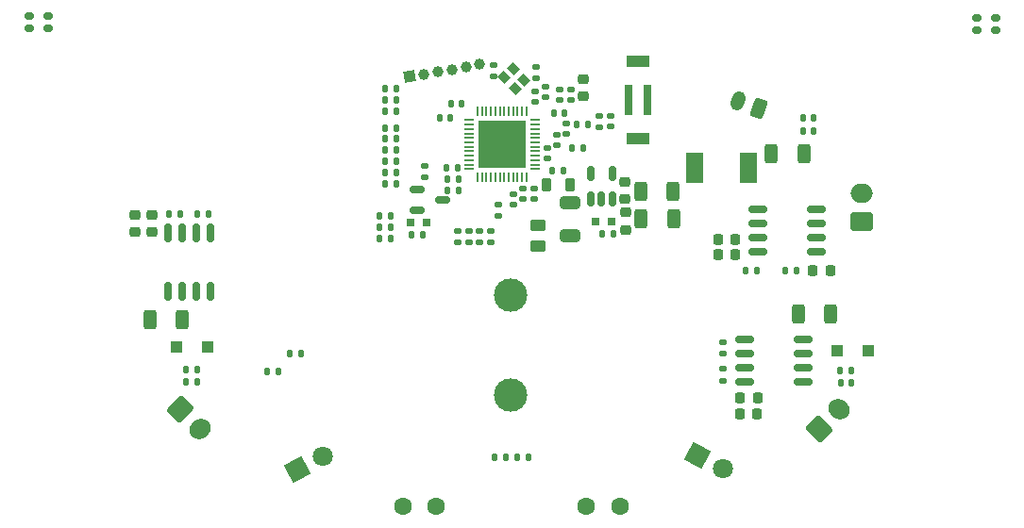
<source format=gbr>
%TF.GenerationSoftware,KiCad,Pcbnew,7.0.1*%
%TF.CreationDate,2023-08-08T22:15:58+07:00*%
%TF.ProjectId,BL706 Robot,424c3730-3620-4526-9f62-6f742e6b6963,rev?*%
%TF.SameCoordinates,Original*%
%TF.FileFunction,Soldermask,Top*%
%TF.FilePolarity,Negative*%
%FSLAX46Y46*%
G04 Gerber Fmt 4.6, Leading zero omitted, Abs format (unit mm)*
G04 Created by KiCad (PCBNEW 7.0.1) date 2023-08-08 22:15:58*
%MOMM*%
%LPD*%
G01*
G04 APERTURE LIST*
G04 Aperture macros list*
%AMRoundRect*
0 Rectangle with rounded corners*
0 $1 Rounding radius*
0 $2 $3 $4 $5 $6 $7 $8 $9 X,Y pos of 4 corners*
0 Add a 4 corners polygon primitive as box body*
4,1,4,$2,$3,$4,$5,$6,$7,$8,$9,$2,$3,0*
0 Add four circle primitives for the rounded corners*
1,1,$1+$1,$2,$3*
1,1,$1+$1,$4,$5*
1,1,$1+$1,$6,$7*
1,1,$1+$1,$8,$9*
0 Add four rect primitives between the rounded corners*
20,1,$1+$1,$2,$3,$4,$5,0*
20,1,$1+$1,$4,$5,$6,$7,0*
20,1,$1+$1,$6,$7,$8,$9,0*
20,1,$1+$1,$8,$9,$2,$3,0*%
%AMHorizOval*
0 Thick line with rounded ends*
0 $1 width*
0 $2 $3 position (X,Y) of the first rounded end (center of the circle)*
0 $4 $5 position (X,Y) of the second rounded end (center of the circle)*
0 Add line between two ends*
20,1,$1,$2,$3,$4,$5,0*
0 Add two circle primitives to create the rounded ends*
1,1,$1,$2,$3*
1,1,$1,$4,$5*%
%AMRotRect*
0 Rectangle, with rotation*
0 The origin of the aperture is its center*
0 $1 length*
0 $2 width*
0 $3 Rotation angle, in degrees counterclockwise*
0 Add horizontal line*
21,1,$1,$2,0,0,$3*%
G04 Aperture macros list end*
%ADD10RoundRect,0.135000X0.185000X-0.135000X0.185000X0.135000X-0.185000X0.135000X-0.185000X-0.135000X0*%
%ADD11RoundRect,0.135000X-0.135000X-0.185000X0.135000X-0.185000X0.135000X0.185000X-0.135000X0.185000X0*%
%ADD12RoundRect,0.140000X0.170000X-0.140000X0.170000X0.140000X-0.170000X0.140000X-0.170000X-0.140000X0*%
%ADD13RoundRect,0.250000X-0.300000X-0.300000X0.300000X-0.300000X0.300000X0.300000X-0.300000X0.300000X0*%
%ADD14RoundRect,0.225000X0.225000X0.250000X-0.225000X0.250000X-0.225000X-0.250000X0.225000X-0.250000X0*%
%ADD15RoundRect,0.135000X0.135000X0.185000X-0.135000X0.185000X-0.135000X-0.185000X0.135000X-0.185000X0*%
%ADD16RotRect,1.800000X1.800000X331.500000*%
%ADD17C,1.800000*%
%ADD18RoundRect,0.250000X0.312500X0.625000X-0.312500X0.625000X-0.312500X-0.625000X0.312500X-0.625000X0*%
%ADD19R,2.000000X1.000000*%
%ADD20R,0.800000X2.800000*%
%ADD21RoundRect,0.150000X-0.675000X-0.150000X0.675000X-0.150000X0.675000X0.150000X-0.675000X0.150000X0*%
%ADD22RoundRect,0.225000X-0.225000X-0.250000X0.225000X-0.250000X0.225000X0.250000X-0.225000X0.250000X0*%
%ADD23RoundRect,0.140000X-0.170000X0.140000X-0.170000X-0.140000X0.170000X-0.140000X0.170000X0.140000X0*%
%ADD24RoundRect,0.140000X0.140000X0.170000X-0.140000X0.170000X-0.140000X-0.170000X0.140000X-0.170000X0*%
%ADD25R,0.800000X0.800000*%
%ADD26RoundRect,0.150000X-0.150000X0.675000X-0.150000X-0.675000X0.150000X-0.675000X0.150000X0.675000X0*%
%ADD27RoundRect,0.250000X-0.450000X0.262500X-0.450000X-0.262500X0.450000X-0.262500X0.450000X0.262500X0*%
%ADD28RoundRect,0.050000X0.050000X-0.350000X0.050000X0.350000X-0.050000X0.350000X-0.050000X-0.350000X0*%
%ADD29RoundRect,0.050000X0.350000X-0.050000X0.350000X0.050000X-0.350000X0.050000X-0.350000X-0.050000X0*%
%ADD30R,4.300000X4.300000*%
%ADD31RoundRect,0.140000X-0.140000X-0.170000X0.140000X-0.170000X0.140000X0.170000X-0.140000X0.170000X0*%
%ADD32RoundRect,0.250000X-0.312500X-0.625000X0.312500X-0.625000X0.312500X0.625000X-0.312500X0.625000X0*%
%ADD33RoundRect,0.150000X-0.512500X-0.150000X0.512500X-0.150000X0.512500X0.150000X-0.512500X0.150000X0*%
%ADD34RotRect,1.800000X1.800000X28.500000*%
%ADD35RoundRect,0.225000X0.250000X-0.225000X0.250000X0.225000X-0.250000X0.225000X-0.250000X-0.225000X0*%
%ADD36RoundRect,0.218750X0.218750X0.381250X-0.218750X0.381250X-0.218750X-0.381250X0.218750X-0.381250X0*%
%ADD37RoundRect,0.175000X0.225000X0.175000X-0.225000X0.175000X-0.225000X-0.175000X0.225000X-0.175000X0*%
%ADD38RotRect,0.900000X0.800000X135.000000*%
%ADD39R,1.500000X2.700000*%
%ADD40RotRect,1.000000X1.000000X100.000000*%
%ADD41HorizOval,1.000000X0.000000X0.000000X0.000000X0.000000X0*%
%ADD42C,1.600000*%
%ADD43RoundRect,0.225000X-0.250000X0.225000X-0.250000X-0.225000X0.250000X-0.225000X0.250000X0.225000X0*%
%ADD44C,3.000000*%
%ADD45RoundRect,0.150000X0.150000X-0.512500X0.150000X0.512500X-0.150000X0.512500X-0.150000X-0.512500X0*%
%ADD46RoundRect,0.135000X-0.185000X0.135000X-0.185000X-0.135000X0.185000X-0.135000X0.185000X0.135000X0*%
%ADD47RoundRect,0.250000X-0.650000X0.325000X-0.650000X-0.325000X0.650000X-0.325000X0.650000X0.325000X0*%
%ADD48RoundRect,0.250000X0.750000X-0.600000X0.750000X0.600000X-0.750000X0.600000X-0.750000X-0.600000X0*%
%ADD49O,2.000000X1.700000*%
%ADD50RoundRect,0.250000X0.542655X0.467601X-0.115130X0.707015X-0.542655X-0.467601X0.115130X-0.707015X0*%
%ADD51HorizOval,1.200000X0.094056X0.258415X-0.094056X-0.258415X0*%
%ADD52RoundRect,0.250000X-0.954594X-0.106066X-0.106066X-0.954594X0.954594X0.106066X0.106066X0.954594X0*%
%ADD53HorizOval,1.700000X-0.106066X-0.106066X0.106066X0.106066X0*%
%ADD54RoundRect,0.250000X0.106066X-0.954594X0.954594X-0.106066X-0.106066X0.954594X-0.954594X0.106066X0*%
%ADD55HorizOval,1.700000X-0.106066X0.106066X0.106066X-0.106066X0*%
G04 APERTURE END LIST*
D10*
%TO.C,R43*%
X197000000Y-124210000D03*
X197000000Y-123190000D03*
%TD*%
D11*
%TO.C,R7*%
X194090000Y-119500000D03*
X195110000Y-119500000D03*
%TD*%
D12*
%TO.C,C16*%
X204200000Y-111380000D03*
X204200000Y-110420000D03*
%TD*%
D13*
%TO.C,D7*%
X229060000Y-133940000D03*
X231860000Y-133940000D03*
%TD*%
D14*
%TO.C,C21*%
X219936000Y-123882000D03*
X218386000Y-123882000D03*
%TD*%
D15*
%TO.C,R8*%
X189510000Y-113900000D03*
X188490000Y-113900000D03*
%TD*%
D16*
%TO.C,D3*%
X216549452Y-143320894D03*
D17*
X218781647Y-144532877D03*
%TD*%
D18*
%TO.C,R41*%
X170331500Y-131121000D03*
X167406500Y-131121000D03*
%TD*%
D12*
%TO.C,C6*%
X208700000Y-113780000D03*
X208700000Y-112820000D03*
%TD*%
%TO.C,C14*%
X205200000Y-111380000D03*
X205200000Y-110420000D03*
%TD*%
D19*
%TO.C,ANT1*%
X211200000Y-114900000D03*
X211200000Y-107900000D03*
D20*
X212015000Y-111400000D03*
X210385000Y-111400000D03*
%TD*%
D21*
%TO.C,U2*%
X221975000Y-121245000D03*
X221975000Y-122515000D03*
X221975000Y-123785000D03*
X221975000Y-125055000D03*
X227225000Y-125055000D03*
X227225000Y-123785000D03*
X227225000Y-122515000D03*
X227225000Y-121245000D03*
%TD*%
D22*
%TO.C,C17*%
X226895000Y-126676000D03*
X228445000Y-126676000D03*
%TD*%
D23*
%TO.C,C3*%
X201900000Y-119320000D03*
X201900000Y-120280000D03*
%TD*%
D10*
%TO.C,R34*%
X195000000Y-124210000D03*
X195000000Y-123190000D03*
%TD*%
D11*
%TO.C,R40*%
X188490000Y-112400000D03*
X189510000Y-112400000D03*
%TD*%
D23*
%TO.C,C2*%
X200900000Y-119320000D03*
X200900000Y-120280000D03*
%TD*%
D18*
%TO.C,R23*%
X214362500Y-119600000D03*
X211437500Y-119600000D03*
%TD*%
D24*
%TO.C,C30*%
X171635000Y-136709000D03*
X170675000Y-136709000D03*
%TD*%
D11*
%TO.C,R30*%
X190890000Y-123500000D03*
X191910000Y-123500000D03*
%TD*%
D25*
%TO.C,Q2*%
X207350000Y-122300000D03*
X208850000Y-122300000D03*
%TD*%
D24*
%TO.C,C29*%
X230340000Y-136760000D03*
X229380000Y-136760000D03*
%TD*%
D15*
%TO.C,R29*%
X172681000Y-121596000D03*
X171661000Y-121596000D03*
%TD*%
D26*
%TO.C,U3*%
X172806000Y-123289000D03*
X171536000Y-123289000D03*
X170266000Y-123289000D03*
X168996000Y-123289000D03*
X168996000Y-128539000D03*
X170266000Y-128539000D03*
X171536000Y-128539000D03*
X172806000Y-128539000D03*
%TD*%
D27*
%TO.C,R27*%
X202200000Y-122687500D03*
X202200000Y-124512500D03*
%TD*%
D28*
%TO.C,U1*%
X196800000Y-118350000D03*
X197200000Y-118350000D03*
X197600000Y-118350000D03*
X198000000Y-118350000D03*
X198400000Y-118350000D03*
X198800000Y-118350000D03*
X199200000Y-118350000D03*
X199600000Y-118350000D03*
X200000000Y-118350000D03*
X200400000Y-118350000D03*
X200800000Y-118350000D03*
X201200000Y-118350000D03*
D29*
X201950000Y-117600000D03*
X201950000Y-117200000D03*
X201950000Y-116800000D03*
X201950000Y-116400000D03*
X201950000Y-116000000D03*
X201950000Y-115600000D03*
X201950000Y-115200000D03*
X201950000Y-114800000D03*
X201950000Y-114400000D03*
X201950000Y-114000000D03*
X201950000Y-113600000D03*
X201950000Y-113200000D03*
D28*
X201200000Y-112450000D03*
X200800000Y-112450000D03*
X200400000Y-112450000D03*
X200000000Y-112450000D03*
X199600000Y-112450000D03*
X199200000Y-112450000D03*
X198800000Y-112450000D03*
X198400000Y-112450000D03*
X198000000Y-112450000D03*
X197600000Y-112450000D03*
X197200000Y-112450000D03*
X196800000Y-112450000D03*
D29*
X196050000Y-113200000D03*
X196050000Y-113600000D03*
X196050000Y-114000000D03*
X196050000Y-114400000D03*
X196050000Y-114800000D03*
X196050000Y-115200000D03*
X196050000Y-115600000D03*
X196050000Y-116000000D03*
X196050000Y-116400000D03*
X196050000Y-116800000D03*
X196050000Y-117200000D03*
X196050000Y-117600000D03*
D30*
X199000000Y-115400000D03*
%TD*%
D15*
%TO.C,R16*%
X199310000Y-143500000D03*
X198290000Y-143500000D03*
%TD*%
D23*
%TO.C,C9*%
X203900000Y-114520000D03*
X203900000Y-115480000D03*
%TD*%
D31*
%TO.C,C23*%
X226020000Y-114200000D03*
X226980000Y-114200000D03*
%TD*%
%TO.C,C7*%
X203520000Y-117700000D03*
X204480000Y-117700000D03*
%TD*%
D32*
%TO.C,R32*%
X211447500Y-122030000D03*
X214372500Y-122030000D03*
%TD*%
D15*
%TO.C,R13*%
X189510000Y-110400000D03*
X188490000Y-110400000D03*
%TD*%
D32*
%TO.C,R42*%
X225572500Y-130613000D03*
X228497500Y-130613000D03*
%TD*%
D11*
%TO.C,R28*%
X169121000Y-121596000D03*
X170141000Y-121596000D03*
%TD*%
D33*
%TO.C,Q3*%
X191400000Y-119400000D03*
X191400000Y-121300000D03*
X193675000Y-120350000D03*
%TD*%
D22*
%TO.C,C28*%
X220375000Y-138150000D03*
X221925000Y-138150000D03*
%TD*%
D34*
%TO.C,D4*%
X180653505Y-144613790D03*
D17*
X182885700Y-143401807D03*
%TD*%
D35*
%TO.C,C26*%
X166075000Y-123260000D03*
X166075000Y-121710000D03*
%TD*%
D12*
%TO.C,C27*%
X202900000Y-111180000D03*
X202900000Y-110220000D03*
%TD*%
D10*
%TO.C,R17*%
X198000000Y-124210000D03*
X198000000Y-123190000D03*
%TD*%
D15*
%TO.C,R1*%
X206310000Y-115700000D03*
X205290000Y-115700000D03*
%TD*%
D22*
%TO.C,C25*%
X220325000Y-139550000D03*
X221875000Y-139550000D03*
%TD*%
D10*
%TO.C,R26*%
X207700000Y-113810000D03*
X207700000Y-112790000D03*
%TD*%
D36*
%TO.C,L1*%
X205142500Y-119000000D03*
X203017500Y-119000000D03*
%TD*%
D37*
%TO.C,D2*%
X158250000Y-104950000D03*
X156550000Y-104950000D03*
X156550000Y-103850000D03*
X158250000Y-103850000D03*
%TD*%
D31*
%TO.C,C5*%
X194120000Y-118500000D03*
X195080000Y-118500000D03*
%TD*%
D11*
%TO.C,R10*%
X187990000Y-122800000D03*
X189010000Y-122800000D03*
%TD*%
D15*
%TO.C,R9*%
X225386000Y-126676000D03*
X224366000Y-126676000D03*
%TD*%
%TO.C,R33*%
X208960000Y-123410000D03*
X207940000Y-123410000D03*
%TD*%
%TO.C,R20*%
X189491000Y-117900000D03*
X188471000Y-117900000D03*
%TD*%
D23*
%TO.C,C15*%
X198206000Y-108289000D03*
X198206000Y-109249000D03*
%TD*%
D15*
%TO.C,R3*%
X189491000Y-118900000D03*
X188471000Y-118900000D03*
%TD*%
D25*
%TO.C,D8*%
X192260000Y-122400000D03*
X190760000Y-122400000D03*
%TD*%
D13*
%TO.C,D6*%
X169755000Y-133534000D03*
X172555000Y-133534000D03*
%TD*%
D22*
%TO.C,C18*%
X218386000Y-125279000D03*
X219936000Y-125279000D03*
%TD*%
D18*
%TO.C,R24*%
X226062500Y-116200000D03*
X223137500Y-116200000D03*
%TD*%
D38*
%TO.C,Y1*%
X200983883Y-109606066D03*
X199993934Y-108616117D03*
X199216117Y-109393934D03*
X200206066Y-110383883D03*
%TD*%
D11*
%TO.C,R4*%
X188490000Y-115900000D03*
X189510000Y-115900000D03*
%TD*%
D24*
%TO.C,C31*%
X230310000Y-135680000D03*
X229350000Y-135680000D03*
%TD*%
D39*
%TO.C,D5*%
X221100000Y-117500000D03*
X216300000Y-117500000D03*
%TD*%
D40*
%TO.C,J2*%
X190746471Y-109302666D03*
D41*
X191997177Y-109082133D03*
X193247883Y-108861600D03*
X194498589Y-108641066D03*
X195749294Y-108420533D03*
X197000000Y-108200000D03*
%TD*%
D35*
%TO.C,C12*%
X206300000Y-111075000D03*
X206300000Y-109525000D03*
%TD*%
D11*
%TO.C,R11*%
X187990000Y-123800000D03*
X189010000Y-123800000D03*
%TD*%
D42*
%TO.C,R18*%
X193100000Y-147900000D03*
X190100000Y-147900000D03*
%TD*%
D15*
%TO.C,R19*%
X178920000Y-135800000D03*
X177900000Y-135800000D03*
%TD*%
D37*
%TO.C,D1*%
X243250000Y-105150000D03*
X241550000Y-105150000D03*
X241550000Y-104050000D03*
X243250000Y-104050000D03*
%TD*%
D24*
%TO.C,C33*%
X194380000Y-113000000D03*
X193420000Y-113000000D03*
%TD*%
D43*
%TO.C,C13*%
X210100000Y-121495000D03*
X210100000Y-123045000D03*
%TD*%
D11*
%TO.C,R15*%
X200390000Y-143500000D03*
X201410000Y-143500000D03*
%TD*%
%TO.C,R22*%
X179990000Y-134200000D03*
X181010000Y-134200000D03*
%TD*%
D44*
%TO.C,H2*%
X199800000Y-137900000D03*
%TD*%
D35*
%TO.C,C1*%
X167599000Y-123260000D03*
X167599000Y-121710000D03*
%TD*%
D11*
%TO.C,R6*%
X188490000Y-114900000D03*
X189510000Y-114900000D03*
%TD*%
D45*
%TO.C,U5*%
X206970000Y-120287500D03*
X207920000Y-120287500D03*
X208870000Y-120287500D03*
X208870000Y-118012500D03*
X206970000Y-118012500D03*
%TD*%
D11*
%TO.C,R25*%
X193990000Y-117500000D03*
X195010000Y-117500000D03*
%TD*%
D31*
%TO.C,C10*%
X203620000Y-112600000D03*
X204580000Y-112600000D03*
%TD*%
D15*
%TO.C,R14*%
X221830000Y-126676000D03*
X220810000Y-126676000D03*
%TD*%
D23*
%TO.C,C20*%
X202080000Y-108460000D03*
X202080000Y-109420000D03*
%TD*%
D46*
%TO.C,R31*%
X192100000Y-117290000D03*
X192100000Y-118310000D03*
%TD*%
%TO.C,R37*%
X218780000Y-133151000D03*
X218780000Y-134171000D03*
%TD*%
D10*
%TO.C,R35*%
X196000000Y-124210000D03*
X196000000Y-123190000D03*
%TD*%
D35*
%TO.C,C22*%
X210050000Y-120295000D03*
X210050000Y-118745000D03*
%TD*%
D12*
%TO.C,C19*%
X202000000Y-111580000D03*
X202000000Y-110620000D03*
%TD*%
D42*
%TO.C,R21*%
X206550000Y-147900000D03*
X209550000Y-147900000D03*
%TD*%
D23*
%TO.C,C34*%
X198700000Y-120820000D03*
X198700000Y-121780000D03*
%TD*%
%TO.C,C4*%
X204800000Y-113520000D03*
X204800000Y-114480000D03*
%TD*%
%TO.C,C8*%
X203100000Y-115720000D03*
X203100000Y-116680000D03*
%TD*%
D24*
%TO.C,C32*%
X171635000Y-135566000D03*
X170675000Y-135566000D03*
%TD*%
D31*
%TO.C,C11*%
X194420000Y-111700000D03*
X195380000Y-111700000D03*
%TD*%
D11*
%TO.C,R39*%
X188490000Y-111400000D03*
X189510000Y-111400000D03*
%TD*%
D47*
%TO.C,C37*%
X205100000Y-120625000D03*
X205100000Y-123575000D03*
%TD*%
D31*
%TO.C,C24*%
X226020000Y-113000000D03*
X226980000Y-113000000D03*
%TD*%
D11*
%TO.C,R2*%
X205690000Y-113600000D03*
X206710000Y-113600000D03*
%TD*%
%TO.C,R12*%
X187990000Y-121800000D03*
X189010000Y-121800000D03*
%TD*%
%TO.C,R5*%
X188471000Y-116900000D03*
X189491000Y-116900000D03*
%TD*%
D21*
%TO.C,U4*%
X220745000Y-132895000D03*
X220745000Y-134165000D03*
X220745000Y-135435000D03*
X220745000Y-136705000D03*
X225995000Y-136705000D03*
X225995000Y-135435000D03*
X225995000Y-134165000D03*
X225995000Y-132895000D03*
%TD*%
D44*
%TO.C,H1*%
X199800000Y-128900000D03*
%TD*%
D23*
%TO.C,C36*%
X200000000Y-119820000D03*
X200000000Y-120780000D03*
%TD*%
D10*
%TO.C,R36*%
X218780000Y-136584000D03*
X218780000Y-135564000D03*
%TD*%
D48*
%TO.C,LS1*%
X231300000Y-122300000D03*
D49*
X231300000Y-119800000D03*
%TD*%
D50*
%TO.C,BT1*%
X222050000Y-112150000D03*
D51*
X220170615Y-111465960D03*
%TD*%
D52*
%TO.C,M1*%
X170132233Y-139132233D03*
D53*
X171900000Y-140900000D03*
%TD*%
D54*
%TO.C,M2*%
X227427348Y-140965115D03*
D55*
X229195115Y-139197348D03*
%TD*%
M02*

</source>
